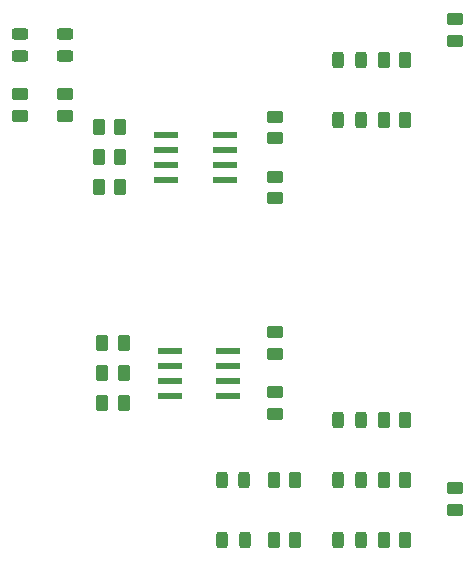
<source format=gbr>
%TF.GenerationSoftware,KiCad,Pcbnew,7.0.7*%
%TF.CreationDate,2023-09-08T15:18:43+02:00*%
%TF.ProjectId,DMX-ArtNET-Gateway,444d582d-4172-4744-9e45-542d47617465,v01*%
%TF.SameCoordinates,Original*%
%TF.FileFunction,Paste,Top*%
%TF.FilePolarity,Positive*%
%FSLAX46Y46*%
G04 Gerber Fmt 4.6, Leading zero omitted, Abs format (unit mm)*
G04 Created by KiCad (PCBNEW 7.0.7) date 2023-09-08 15:18:43*
%MOMM*%
%LPD*%
G01*
G04 APERTURE LIST*
G04 Aperture macros list*
%AMRoundRect*
0 Rectangle with rounded corners*
0 $1 Rounding radius*
0 $2 $3 $4 $5 $6 $7 $8 $9 X,Y pos of 4 corners*
0 Add a 4 corners polygon primitive as box body*
4,1,4,$2,$3,$4,$5,$6,$7,$8,$9,$2,$3,0*
0 Add four circle primitives for the rounded corners*
1,1,$1+$1,$2,$3*
1,1,$1+$1,$4,$5*
1,1,$1+$1,$6,$7*
1,1,$1+$1,$8,$9*
0 Add four rect primitives between the rounded corners*
20,1,$1+$1,$2,$3,$4,$5,0*
20,1,$1+$1,$4,$5,$6,$7,0*
20,1,$1+$1,$6,$7,$8,$9,0*
20,1,$1+$1,$8,$9,$2,$3,0*%
G04 Aperture macros list end*
%ADD10RoundRect,0.250000X0.450000X-0.262500X0.450000X0.262500X-0.450000X0.262500X-0.450000X-0.262500X0*%
%ADD11RoundRect,0.250000X-0.262500X-0.450000X0.262500X-0.450000X0.262500X0.450000X-0.262500X0.450000X0*%
%ADD12RoundRect,0.250000X-0.450000X0.262500X-0.450000X-0.262500X0.450000X-0.262500X0.450000X0.262500X0*%
%ADD13RoundRect,0.243750X-0.243750X-0.456250X0.243750X-0.456250X0.243750X0.456250X-0.243750X0.456250X0*%
%ADD14RoundRect,0.250000X0.262500X0.450000X-0.262500X0.450000X-0.262500X-0.450000X0.262500X-0.450000X0*%
%ADD15RoundRect,0.041300X-0.943700X-0.253700X0.943700X-0.253700X0.943700X0.253700X-0.943700X0.253700X0*%
%ADD16RoundRect,0.243750X-0.456250X0.243750X-0.456250X-0.243750X0.456250X-0.243750X0.456250X0.243750X0*%
%ADD17RoundRect,0.243750X0.243750X0.456250X-0.243750X0.456250X-0.243750X-0.456250X0.243750X-0.456250X0*%
G04 APERTURE END LIST*
D10*
%TO.C,R11*%
X182880000Y-89812500D03*
X182880000Y-87987500D03*
%TD*%
D11*
%TO.C,R22*%
X153050000Y-120470000D03*
X154875000Y-120470000D03*
%TD*%
%TO.C,R21*%
X153050000Y-117960000D03*
X154875000Y-117960000D03*
%TD*%
D12*
%TO.C,R15*%
X167640000Y-114507500D03*
X167640000Y-116332500D03*
%TD*%
D11*
%TO.C,R1*%
X176887500Y-132080000D03*
X178712500Y-132080000D03*
%TD*%
D12*
%TO.C,R13*%
X167640000Y-96242500D03*
X167640000Y-98067500D03*
%TD*%
D13*
%TO.C,D3*%
X163225000Y-132125000D03*
X165100000Y-132125000D03*
%TD*%
D14*
%TO.C,R2*%
X169410000Y-127000000D03*
X167585000Y-127000000D03*
%TD*%
%TO.C,R3*%
X169410000Y-132080000D03*
X167585000Y-132080000D03*
%TD*%
D13*
%TO.C,D8*%
X173052500Y-127000000D03*
X174927500Y-127000000D03*
%TD*%
D12*
%TO.C,R16*%
X167640000Y-119587500D03*
X167640000Y-121412500D03*
%TD*%
D15*
%TO.C,U3*%
X158457500Y-97790000D03*
X158457500Y-99060000D03*
X158457500Y-100330000D03*
X158457500Y-101600000D03*
X163407500Y-101600000D03*
X163407500Y-100330000D03*
X163407500Y-99060000D03*
X163407500Y-97790000D03*
%TD*%
D16*
%TO.C,D4*%
X146050000Y-89232500D03*
X146050000Y-91107500D03*
%TD*%
D14*
%TO.C,R8*%
X178712500Y-127000000D03*
X176887500Y-127000000D03*
%TD*%
D12*
%TO.C,R14*%
X167640000Y-101322500D03*
X167640000Y-103147500D03*
%TD*%
D14*
%TO.C,R9*%
X178712500Y-121920000D03*
X176887500Y-121920000D03*
%TD*%
D10*
%TO.C,R5*%
X149860000Y-96162500D03*
X149860000Y-94337500D03*
%TD*%
D11*
%TO.C,R19*%
X152757500Y-97155000D03*
X154582500Y-97155000D03*
%TD*%
D10*
%TO.C,R4*%
X146050000Y-96162500D03*
X146050000Y-94337500D03*
%TD*%
D11*
%TO.C,R20*%
X153050000Y-115450000D03*
X154875000Y-115450000D03*
%TD*%
%TO.C,R17*%
X152757500Y-102235000D03*
X154582500Y-102235000D03*
%TD*%
D17*
%TO.C,D1*%
X174927500Y-132080000D03*
X173052500Y-132080000D03*
%TD*%
D15*
%TO.C,U4*%
X158750000Y-116055000D03*
X158750000Y-117325000D03*
X158750000Y-118595000D03*
X158750000Y-119865000D03*
X163700000Y-119865000D03*
X163700000Y-118595000D03*
X163700000Y-117325000D03*
X163700000Y-116055000D03*
%TD*%
D13*
%TO.C,D9*%
X173052500Y-121920000D03*
X174927500Y-121920000D03*
%TD*%
%TO.C,D6*%
X173052500Y-96520000D03*
X174927500Y-96520000D03*
%TD*%
%TO.C,D2*%
X163170000Y-127000000D03*
X165045000Y-127000000D03*
%TD*%
D16*
%TO.C,D5*%
X149860000Y-89232500D03*
X149860000Y-91107500D03*
%TD*%
D14*
%TO.C,R7*%
X178712500Y-91440000D03*
X176887500Y-91440000D03*
%TD*%
D11*
%TO.C,R18*%
X152757500Y-99695000D03*
X154582500Y-99695000D03*
%TD*%
D10*
%TO.C,R12*%
X182880000Y-129540000D03*
X182880000Y-127715000D03*
%TD*%
D13*
%TO.C,D7*%
X173052500Y-91440000D03*
X174927500Y-91440000D03*
%TD*%
D14*
%TO.C,R6*%
X178712500Y-96520000D03*
X176887500Y-96520000D03*
%TD*%
M02*

</source>
